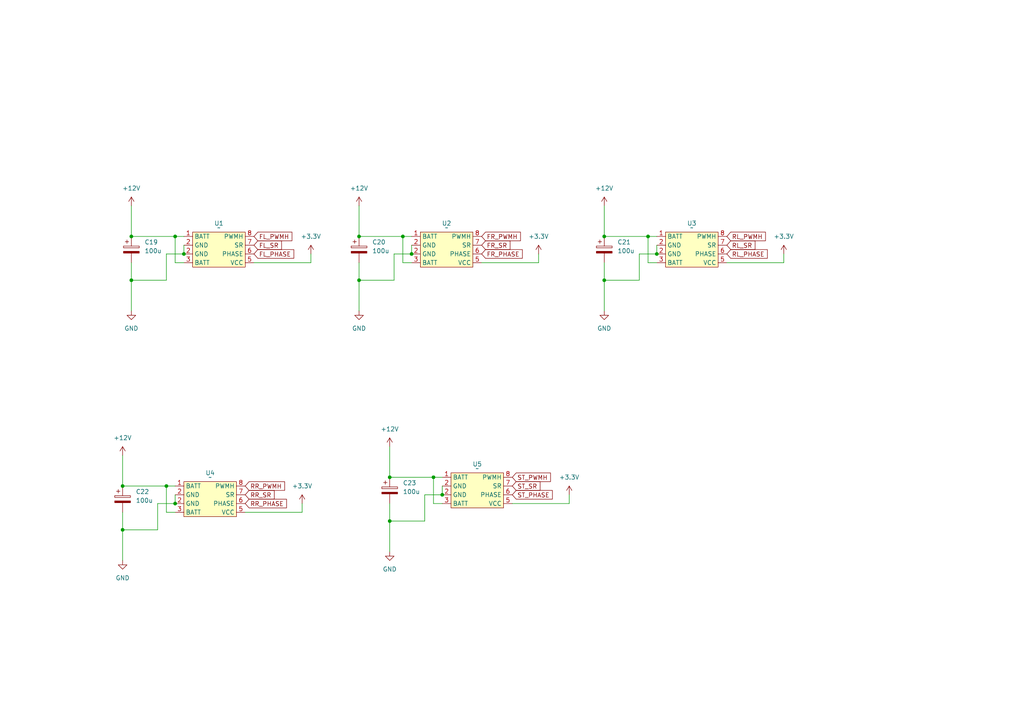
<source format=kicad_sch>
(kicad_sch (version 20230121) (generator eeschema)
  (paper "A4")
  (lib_symbols
    (symbol "00_my_sym:advance_v1_motorDrive"
      (property "Reference" "U" (at 0 0 0))
      (symbol "advance_v1_motorDrive_1_1"
        (rectangle (start -7.62 -1.27) (end 7.62 -11.43) (fill (type background)))
        (pin input line (at -10.16 -2.54 0) (length 2.54) (name "BATT") (number "1"))
        (pin input line (at -10.16 -7.62 0) (length 2.54) (name "GND") (number "2"))
        (pin input line (at -10.16 -5.08 0) (length 2.54) (name "GND") (number "2"))
        (pin input line (at -10.16 -10.16 0) (length 2.54) (name "BATT") (number "3"))
        (pin input line (at 10.16 -10.16 180) (length 2.54) (name "VCC") (number "5"))
        (pin input line (at 10.16 -7.62 180) (length 2.54) (name "PHASE") (number "6"))
        (pin input line (at 10.16 -5.08 180) (length 2.54) (name "SR") (number "7"))
        (pin input line (at 10.16 -2.54 180) (length 2.54) (name "PWMH") (number "8"))
      )
    )
    (symbol "Device:C_Polarized" (pin_numbers hide) (pin_names (offset 0.254))
      (property "Reference" "C" (at 0.635 2.54 0))
      (property "Value" "C_Polarized" (at 0.635 -2.54 0))
      (symbol "C_Polarized_0_1"
        (rectangle (start -2.286 0.508) (end 2.286 1.016))
        (polyline (pts (xy -1.778 2.286) (xy -0.762 2.286)))
        (polyline (pts (xy -1.27 2.794) (xy -1.27 1.778)))
        (rectangle (start 2.286 -0.508) (end -2.286 -1.016) (fill (type outline)))
      )
      (symbol "C_Polarized_1_1"
        (pin passive line (at 0 3.81 270) (length 2.794) (name "~") (number "1"))
        (pin passive line (at 0 -3.81 90) (length 2.794) (name "~") (number "2"))
      )
    )
    (symbol "power:+12V" (power) (pin_names (offset 0))
      (property "Value" "+12V" (at 0 3.556 0))
      (symbol "+12V_0_1"
        (polyline (pts (xy -0.762 1.27) (xy 0 2.54)))
        (polyline (pts (xy 0 0) (xy 0 2.54)))
        (polyline (pts (xy 0 2.54) (xy 0.762 1.27)))
      )
      (symbol "+12V_1_1"
        (pin power_in line (at 0 0 90) (length 0) hide (name "+12V") (number "1"))
      )
    )
    (symbol "power:+3.3V" (power) (pin_names (offset 0))
      (property "Value" "+3.3V" (at 0 3.556 0))
      (symbol "+3.3V_0_1"
        (polyline (pts (xy -0.762 1.27) (xy 0 2.54)))
        (polyline (pts (xy 0 0) (xy 0 2.54)))
        (polyline (pts (xy 0 2.54) (xy 0.762 1.27)))
      )
      (symbol "+3.3V_1_1"
        (pin power_in line (at 0 0 90) (length 0) hide (name "+3.3V") (number "1"))
      )
    )
    (symbol "power:GND" (power) (pin_names (offset 0))
      (property "Value" "GND" (at 0 -3.81 0))
      (symbol "GND_0_1"
        (polyline (pts (xy 0 0) (xy 0 -1.27) (xy 1.27 -1.27) (xy 0 -2.54) (xy -1.27 -1.27) (xy 0 -1.27)))
      )
      (symbol "GND_1_1"
        (pin power_in line (at 0 0 270) (length 0) hide (name "GND") (number "1"))
      )
    )
  )
  (junction (at 116.84 68.58))
  (junction (at 119.38 73.66))
  (junction (at 35.56 153.67))
  (junction (at 48.26 140.97))
  (junction (at 104.14 81.28))
  (junction (at 190.5 73.66))
  (junction (at 128.27 143.51))
  (junction (at 113.03 138.43))
  (junction (at 175.26 81.28))
  (junction (at 38.1 68.58))
  (junction (at 113.03 151.13))
  (junction (at 53.34 73.66))
  (junction (at 38.1 81.28))
  (junction (at 50.8 146.05))
  (junction (at 35.56 140.97))
  (junction (at 187.96 68.58))
  (junction (at 175.26 68.58))
  (junction (at 50.8 68.58))
  (junction (at 104.14 68.58))
  (junction (at 125.73 138.43))
  (wire (pts (xy 35.56 132.08) (xy 35.56 140.97)))
  (wire (pts (xy 116.84 68.58) (xy 119.38 68.58)))
  (wire (pts (xy 123.19 151.13) (xy 113.03 151.13)))
  (wire (pts (xy 71.12 148.59) (xy 87.63 148.59)))
  (wire (pts (xy 185.42 81.28) (xy 175.26 81.28)))
  (wire (pts (xy 175.26 81.28) (xy 175.26 76.2)))
  (wire (pts (xy 48.26 81.28) (xy 38.1 81.28)))
  (wire (pts (xy 139.7 76.2) (xy 156.21 76.2)))
  (wire (pts (xy 48.26 73.66) (xy 48.26 81.28)))
  (wire (pts (xy 104.14 59.69) (xy 104.14 68.58)))
  (wire (pts (xy 35.56 140.97) (xy 48.26 140.97)))
  (wire (pts (xy 123.19 143.51) (xy 123.19 151.13)))
  (wire (pts (xy 175.26 59.69) (xy 175.26 68.58)))
  (wire (pts (xy 175.26 68.58) (xy 187.96 68.58)))
  (wire (pts (xy 148.59 146.05) (xy 165.1 146.05)))
  (wire (pts (xy 113.03 129.54) (xy 113.03 138.43)))
  (wire (pts (xy 104.14 68.58) (xy 116.84 68.58)))
  (wire (pts (xy 125.73 146.05) (xy 125.73 138.43)))
  (wire (pts (xy 50.8 68.58) (xy 53.34 68.58)))
  (wire (pts (xy 73.66 76.2) (xy 90.17 76.2)))
  (wire (pts (xy 113.03 151.13) (xy 113.03 160.02)))
  (wire (pts (xy 185.42 73.66) (xy 185.42 81.28)))
  (wire (pts (xy 190.5 71.12) (xy 190.5 73.66)))
  (wire (pts (xy 187.96 68.58) (xy 190.5 68.58)))
  (wire (pts (xy 35.56 153.67) (xy 35.56 148.59)))
  (wire (pts (xy 128.27 143.51) (xy 123.19 143.51)))
  (wire (pts (xy 53.34 73.66) (xy 48.26 73.66)))
  (wire (pts (xy 104.14 81.28) (xy 104.14 76.2)))
  (wire (pts (xy 190.5 73.66) (xy 185.42 73.66)))
  (wire (pts (xy 104.14 81.28) (xy 104.14 90.17)))
  (wire (pts (xy 48.26 140.97) (xy 50.8 140.97)))
  (wire (pts (xy 35.56 153.67) (xy 35.56 162.56)))
  (wire (pts (xy 113.03 138.43) (xy 125.73 138.43)))
  (wire (pts (xy 128.27 140.97) (xy 128.27 143.51)))
  (wire (pts (xy 113.03 151.13) (xy 113.03 146.05)))
  (wire (pts (xy 210.82 76.2) (xy 227.33 76.2)))
  (wire (pts (xy 227.33 76.2) (xy 227.33 73.66)))
  (wire (pts (xy 116.84 76.2) (xy 116.84 68.58)))
  (wire (pts (xy 38.1 81.28) (xy 38.1 90.17)))
  (wire (pts (xy 90.17 76.2) (xy 90.17 73.66)))
  (wire (pts (xy 156.21 76.2) (xy 156.21 73.66)))
  (wire (pts (xy 119.38 76.2) (xy 116.84 76.2)))
  (wire (pts (xy 187.96 76.2) (xy 187.96 68.58)))
  (wire (pts (xy 119.38 73.66) (xy 114.3 73.66)))
  (wire (pts (xy 125.73 138.43) (xy 128.27 138.43)))
  (wire (pts (xy 53.34 76.2) (xy 50.8 76.2)))
  (wire (pts (xy 45.72 153.67) (xy 35.56 153.67)))
  (wire (pts (xy 175.26 81.28) (xy 175.26 90.17)))
  (wire (pts (xy 128.27 146.05) (xy 125.73 146.05)))
  (wire (pts (xy 190.5 76.2) (xy 187.96 76.2)))
  (wire (pts (xy 165.1 146.05) (xy 165.1 143.51)))
  (wire (pts (xy 48.26 148.59) (xy 48.26 140.97)))
  (wire (pts (xy 114.3 81.28) (xy 104.14 81.28)))
  (wire (pts (xy 114.3 73.66) (xy 114.3 81.28)))
  (wire (pts (xy 50.8 146.05) (xy 45.72 146.05)))
  (wire (pts (xy 38.1 59.69) (xy 38.1 68.58)))
  (wire (pts (xy 45.72 146.05) (xy 45.72 153.67)))
  (wire (pts (xy 38.1 81.28) (xy 38.1 76.2)))
  (wire (pts (xy 87.63 148.59) (xy 87.63 146.05)))
  (wire (pts (xy 38.1 68.58) (xy 50.8 68.58)))
  (wire (pts (xy 53.34 71.12) (xy 53.34 73.66)))
  (wire (pts (xy 50.8 143.51) (xy 50.8 146.05)))
  (wire (pts (xy 119.38 71.12) (xy 119.38 73.66)))
  (wire (pts (xy 50.8 148.59) (xy 48.26 148.59)))
  (wire (pts (xy 50.8 76.2) (xy 50.8 68.58)))
  (global_label "ST_SR" (shape input) (at 148.59 140.97 0) (property "Intersheetrefs" "${INTERSHEET_REFS}" (effects hide)))
  (global_label "ST_PHASE" (shape input) (at 148.59 143.51 0) (property "Intersheetrefs" "${INTERSHEET_REFS}" (effects hide)))
  (global_label "RL_PWMH" (shape input) (at 210.82 68.58 0) (property "Intersheetrefs" "${INTERSHEET_REFS}" (effects hide)))
  (global_label "FR_PHASE" (shape input) (at 139.7 73.66 0) (property "Intersheetrefs" "${INTERSHEET_REFS}" (effects hide)))
  (global_label "FR_SR" (shape input) (at 139.7 71.12 0) (property "Intersheetrefs" "${INTERSHEET_REFS}" (effects hide)))
  (global_label "FL_SR" (shape input) (at 73.66 71.12 0) (property "Intersheetrefs" "${INTERSHEET_REFS}" (effects hide)))
  (global_label "RR_PWMH" (shape input) (at 71.12 140.97 0) (property "Intersheetrefs" "${INTERSHEET_REFS}" (effects hide)))
  (global_label "RR_SR" (shape input) (at 71.12 143.51 0) (property "Intersheetrefs" "${INTERSHEET_REFS}" (effects hide)))
  (global_label "ST_PWMH" (shape input) (at 148.59 138.43 0) (property "Intersheetrefs" "${INTERSHEET_REFS}" (effects hide)))
  (global_label "FL_PWMH" (shape input) (at 73.66 68.58 0) (property "Intersheetrefs" "${INTERSHEET_REFS}" (effects hide)))
  (global_label "RR_PHASE" (shape input) (at 71.12 146.05 0) (property "Intersheetrefs" "${INTERSHEET_REFS}" (effects hide)))
  (global_label "FR_PWMH" (shape input) (at 139.7 68.58 0) (property "Intersheetrefs" "${INTERSHEET_REFS}" (effects hide)))
  (global_label "RL_PHASE" (shape input) (at 210.82 73.66 0) (property "Intersheetrefs" "${INTERSHEET_REFS}" (effects hide)))
  (global_label "FL_PHASE" (shape input) (at 73.66 73.66 0) (property "Intersheetrefs" "${INTERSHEET_REFS}" (effects hide)))
  (global_label "RL_SR" (shape input) (at 210.82 71.12 0) (property "Intersheetrefs" "${INTERSHEET_REFS}" (effects hide)))
  (symbol (lib_id "power:+3.3V") (at 90.17 73.66 0) (unit 1)
    (property "Reference" "#PWR025" (effects hide))
    (property "Value" "+3.3V" (at 90.17 68.58 0))
  )
  (symbol (lib_id "Device:C_Polarized") (at 175.26 72.39 0) (unit 1)
    (property "Reference" "C21" (at 179.07 70.231 0) (effects (justify left)))
    (property "Value" "100u" (at 179.07 72.771 0) (effects (justify left)))
  )
  (symbol (lib_id "power:+3.3V") (at 227.33 73.66 0) (unit 1)
    (property "Reference" "#PWR031" (effects hide))
    (property "Value" "+3.3V" (at 227.33 68.58 0))
  )
  (symbol (lib_id "power:+3.3V") (at 165.1 143.51 0) (unit 1)
    (property "Reference" "#PWR037" (effects hide))
    (property "Value" "+3.3V" (at 165.1 138.43 0))
  )
  (symbol (lib_id "power:+12V") (at 175.26 59.69 0) (unit 1)
    (property "Reference" "#PWR029" (effects hide))
    (property "Value" "+12V" (at 175.26 54.61 0))
  )
  (symbol (lib_id "00_my_sym:advance_v1_motorDrive") (at 138.43 135.89 0) (unit 1)
    (property "Reference" "U5" (at 138.43 134.62 0))
    (property "Value" "~" (at 138.43 135.89 0))
  )
  (symbol (lib_id "power:+12V") (at 113.03 129.54 0) (unit 1)
    (property "Reference" "#PWR035" (effects hide))
    (property "Value" "+12V" (at 113.03 124.46 0))
  )
  (symbol (lib_id "power:GND") (at 38.1 90.17 0) (unit 1)
    (property "Reference" "#PWR024" (effects hide))
    (property "Value" "GND" (at 38.1 95.25 0))
  )
  (symbol (lib_id "power:GND") (at 175.26 90.17 0) (unit 1)
    (property "Reference" "#PWR030" (effects hide))
    (property "Value" "GND" (at 175.26 95.25 0))
  )
  (symbol (lib_id "power:GND") (at 113.03 160.02 0) (unit 1)
    (property "Reference" "#PWR036" (effects hide))
    (property "Value" "GND" (at 113.03 165.1 0))
  )
  (symbol (lib_id "00_my_sym:advance_v1_motorDrive") (at 200.66 66.04 0) (unit 1)
    (property "Reference" "U3" (at 200.66 64.77 0))
    (property "Value" "~" (at 200.66 66.04 0))
  )
  (symbol (lib_id "power:+3.3V") (at 156.21 73.66 0) (unit 1)
    (property "Reference" "#PWR028" (effects hide))
    (property "Value" "+3.3V" (at 156.21 68.58 0))
  )
  (symbol (lib_id "power:+12V") (at 104.14 59.69 0) (unit 1)
    (property "Reference" "#PWR026" (effects hide))
    (property "Value" "+12V" (at 104.14 54.61 0))
  )
  (symbol (lib_id "power:GND") (at 104.14 90.17 0) (unit 1)
    (property "Reference" "#PWR027" (effects hide))
    (property "Value" "GND" (at 104.14 95.25 0))
  )
  (symbol (lib_id "Device:C_Polarized") (at 35.56 144.78 0) (unit 1)
    (property "Reference" "C22" (at 39.37 142.621 0) (effects (justify left)))
    (property "Value" "100u" (at 39.37 145.161 0) (effects (justify left)))
  )
  (symbol (lib_id "power:+12V") (at 35.56 132.08 0) (unit 1)
    (property "Reference" "#PWR032" (effects hide))
    (property "Value" "+12V" (at 35.56 127 0))
  )
  (symbol (lib_id "power:+12V") (at 38.1 59.69 0) (unit 1)
    (property "Reference" "#PWR023" (effects hide))
    (property "Value" "+12V" (at 38.1 54.61 0))
  )
  (symbol (lib_id "Device:C_Polarized") (at 104.14 72.39 0) (unit 1)
    (property "Reference" "C20" (at 107.95 70.231 0) (effects (justify left)))
    (property "Value" "100u" (at 107.95 72.771 0) (effects (justify left)))
  )
  (symbol (lib_id "Device:C_Polarized") (at 113.03 142.24 0) (unit 1)
    (property "Reference" "C23" (at 116.84 140.081 0) (effects (justify left)))
    (property "Value" "100u" (at 116.84 142.621 0) (effects (justify left)))
  )
  (symbol (lib_id "power:+3.3V") (at 87.63 146.05 0) (unit 1)
    (property "Reference" "#PWR034" (effects hide))
    (property "Value" "+3.3V" (at 87.63 140.97 0))
  )
  (symbol (lib_id "00_my_sym:advance_v1_motorDrive") (at 63.5 66.04 0) (unit 1)
    (property "Reference" "U1" (at 63.5 64.77 0))
    (property "Value" "~" (at 63.5 66.04 0))
  )
  (symbol (lib_id "00_my_sym:advance_v1_motorDrive") (at 60.96 138.43 0) (unit 1)
    (property "Reference" "U4" (at 60.96 137.16 0))
    (property "Value" "~" (at 60.96 138.43 0))
  )
  (symbol (lib_id "power:GND") (at 35.56 162.56 0) (unit 1)
    (property "Reference" "#PWR033" (effects hide))
    (property "Value" "GND" (at 35.56 167.64 0))
  )
  (symbol (lib_id "Device:C_Polarized") (at 38.1 72.39 0) (unit 1)
    (property "Reference" "C19" (at 41.91 70.231 0) (effects (justify left)))
    (property "Value" "100u" (at 41.91 72.771 0) (effects (justify left)))
  )
  (symbol (lib_id "00_my_sym:advance_v1_motorDrive") (at 129.54 66.04 0) (unit 1)
    (property "Reference" "U2" (at 129.54 64.77 0))
    (property "Value" "~" (at 129.54 66.04 0))
  )
)
</source>
